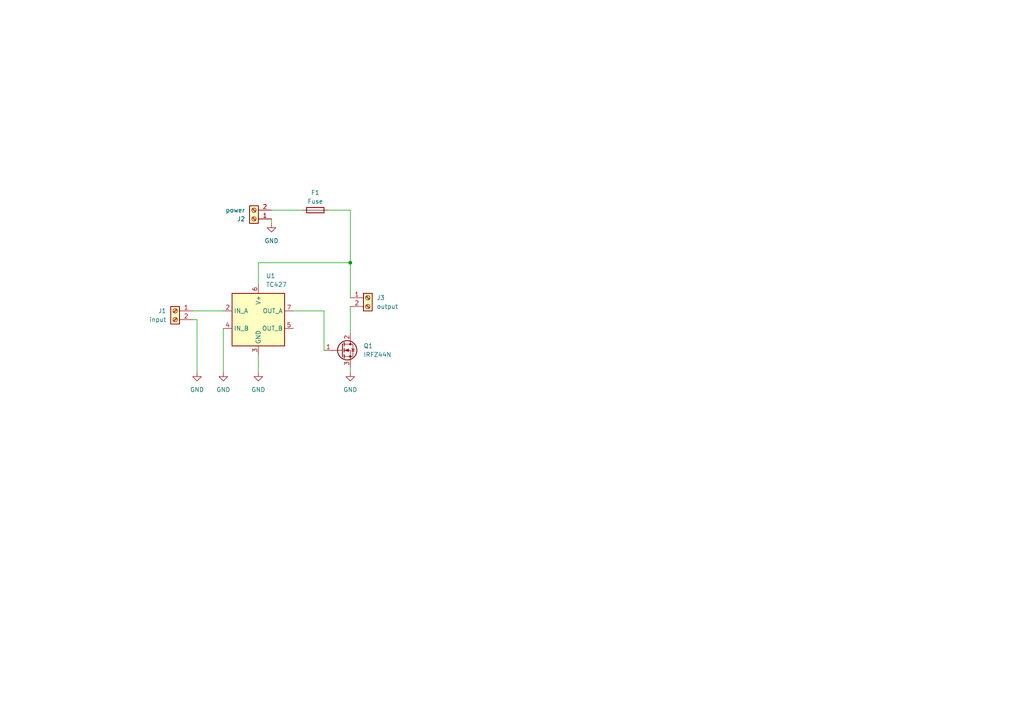
<source format=kicad_sch>
(kicad_sch (version 20230121) (generator eeschema)
  (paper "A4")
  (lib_symbols
    (symbol "Connector:Screw_Terminal_01x02" (pin_names (offset 1.016) hide)
      (property "Reference" "J" (at 0 2.54 0))
      (property "Value" "Screw_Terminal_01x02" (at 0 -5.08 0))
      (symbol "Screw_Terminal_01x02_1_1"
        (rectangle (start -1.27 1.27) (end 1.27 -3.81) (stroke (width 0.254)) (fill (type background)))
        (circle (center 0 -2.54) (radius 0.635) (stroke (width 0.1524)))
        (polyline (pts (xy -0.5334 -2.2098) (xy 0.3302 -3.048)) (stroke (width 0.1524)))
        (polyline (pts (xy -0.5334 0.3302) (xy 0.3302 -0.508)) (stroke (width 0.1524)))
        (polyline (pts (xy -0.3556 -2.032) (xy 0.508 -2.8702)) (stroke (width 0.1524)))
        (polyline (pts (xy -0.3556 0.508) (xy 0.508 -0.3302)) (stroke (width 0.1524)))
        (circle (center 0 0) (radius 0.635) (stroke (width 0.1524)))
        (pin passive line (at -5.08 0 0) (length 3.81) (name "Pin_1") (number "1"))
        (pin passive line (at -5.08 -2.54 0) (length 3.81) (name "Pin_2") (number "2"))
      )
    )
    (symbol "Device:Fuse" (pin_numbers hide) (pin_names (offset 0))
      (property "Reference" "F" (at 2.032 0 90))
      (property "Value" "Fuse" (at -1.905 0 90))
      (symbol "Fuse_0_1"
        (rectangle (start -0.762 -2.54) (end 0.762 2.54) (stroke (width 0.254)))
        (polyline (pts (xy 0 2.54) (xy 0 -2.54)))
      )
      (symbol "Fuse_1_1"
        (pin passive line (at 0 3.81 270) (length 1.27) (name "~") (number "1"))
        (pin passive line (at 0 -3.81 90) (length 1.27) (name "~") (number "2"))
      )
    )
    (symbol "Driver_FET:EL7202CN"
      (property "Reference" "U" (at -7.62 8.89 0))
      (property "Value" "EL7202CN" (at 1.27 8.89 0))
      (symbol "EL7202CN_0_1"
        (rectangle (start -7.62 -7.62) (end 7.62 7.62) (stroke (width 0.254)) (fill (type background)))
      )
      (symbol "EL7202CN_1_1"
        (pin no_connect line (at -7.62 0 0) (length 2.54) hide (name "NC") (number "1"))
        (pin input line (at -10.16 2.54 0) (length 2.54) (name "IN_A") (number "2"))
        (pin power_in line (at 0 -10.16 90) (length 2.54) (name "GND") (number "3"))
        (pin input line (at -10.16 -2.54 0) (length 2.54) (name "IN_B") (number "4"))
        (pin output line (at 10.16 -2.54 180) (length 2.54) (name "OUT_B") (number "5"))
        (pin power_in line (at 0 10.16 270) (length 2.54) (name "V+") (number "6"))
        (pin output line (at 10.16 2.54 180) (length 2.54) (name "OUT_A") (number "7"))
        (pin no_connect line (at 7.62 0 180) (length 2.54) hide (name "NC") (number "8"))
      )
    )
    (symbol "Transistor_FET:BUZ11" (pin_names hide)
      (property "Reference" "Q" (at 5.08 1.905 0))
      (property "Value" "BUZ11" (at 5.08 0 0))
      (symbol "BUZ11_0_1"
        (polyline (pts (xy 0.254 0) (xy -2.54 0)))
        (polyline (pts (xy 0.254 1.905) (xy 0.254 -1.905)) (stroke (width 0.254)))
        (polyline (pts (xy 0.762 -1.27) (xy 0.762 -2.286)) (stroke (width 0.254)))
        (polyline (pts (xy 0.762 0.508) (xy 0.762 -0.508)) (stroke (width 0.254)))
        (polyline (pts (xy 0.762 2.286) (xy 0.762 1.27)) (stroke (width 0.254)))
        (polyline (pts (xy 2.54 2.54) (xy 2.54 1.778)))
        (polyline (pts (xy 2.54 -2.54) (xy 2.54 0) (xy 0.762 0)))
        (polyline (pts (xy 0.762 -1.778) (xy 3.302 -1.778) (xy 3.302 1.778) (xy 0.762 1.778)))
        (polyline (pts (xy 1.016 0) (xy 2.032 0.381) (xy 2.032 -0.381) (xy 1.016 0)) (fill (type outline)))
        (polyline (pts (xy 2.794 0.508) (xy 2.921 0.381) (xy 3.683 0.381) (xy 3.81 0.254)))
        (polyline (pts (xy 3.302 0.381) (xy 2.921 -0.254) (xy 3.683 -0.254) (xy 3.302 0.381)))
        (circle (center 1.651 0) (radius 2.794) (stroke (width 0.254)))
        (circle (center 2.54 -1.778) (radius 0.254) (fill (type outline)))
        (circle (center 2.54 1.778) (radius 0.254) (fill (type outline)))
      )
      (symbol "BUZ11_1_1"
        (pin input line (at -5.08 0 0) (length 2.54) (name "G") (number "1"))
        (pin passive line (at 2.54 5.08 270) (length 2.54) (name "D") (number "2"))
        (pin passive line (at 2.54 -5.08 90) (length 2.54) (name "S") (number "3"))
      )
    )
    (symbol "power:GND" (power) (pin_names (offset 0))
      (property "Value" "GND" (at 0 -3.81 0))
      (symbol "GND_0_1"
        (polyline (pts (xy 0 0) (xy 0 -1.27) (xy 1.27 -1.27) (xy 0 -2.54) (xy -1.27 -1.27) (xy 0 -1.27)))
      )
      (symbol "GND_1_1"
        (pin power_in line (at 0 0 270) (length 0) hide (name "GND") (number "1"))
      )
    )
  )
  (junction (at 101.6 76.2))
  (wire (pts (xy 101.6 76.2) (xy 101.6 86.36)))
  (wire (pts (xy 101.6 60.96) (xy 101.6 76.2)))
  (wire (pts (xy 78.74 60.96) (xy 87.63 60.96)))
  (wire (pts (xy 55.88 90.17) (xy 64.77 90.17)))
  (wire (pts (xy 101.6 76.2) (xy 74.93 76.2)))
  (wire (pts (xy 74.93 107.95) (xy 74.93 102.87)))
  (wire (pts (xy 74.93 76.2) (xy 74.93 82.55)))
  (wire (pts (xy 85.09 90.17) (xy 93.98 90.17)))
  (wire (pts (xy 93.98 90.17) (xy 93.98 101.6)))
  (wire (pts (xy 57.15 92.71) (xy 55.88 92.71)))
  (wire (pts (xy 101.6 107.95) (xy 101.6 106.68)))
  (wire (pts (xy 101.6 96.52) (xy 101.6 88.9)))
  (wire (pts (xy 57.15 107.95) (xy 57.15 92.71)))
  (wire (pts (xy 64.77 107.95) (xy 64.77 95.25)))
  (wire (pts (xy 95.25 60.96) (xy 101.6 60.96)))
  (wire (pts (xy 78.74 64.77) (xy 78.74 63.5)))
  (symbol (lib_id "power:GND") (at 57.15 107.95 0) (mirror y) (unit 1)
    (property "Reference" "#PWR02" (effects hide))
    (property "Value" "GND" (at 57.15 113.03 0))
  )
  (symbol (lib_id "Connector:Screw_Terminal_01x02") (at 106.68 86.36 0) (unit 1)
    (property "Reference" "J3" (at 109.22 86.36 0) (effects (justify left)))
    (property "Value" "output" (at 109.22 88.9 0) (effects (justify left)))
    (property "Footprint" "Connector_PinHeader_2.54mm:PinHeader_1x02_P2.54mm_Vertical" (effects hide))
  )
  (symbol (lib_id "Connector:Screw_Terminal_01x02") (at 50.8 90.17 0) (mirror y) (unit 1)
    (property "Reference" "J1" (at 48.26 90.17 0) (effects (justify left)))
    (property "Value" "input" (at 48.26 92.71 0) (effects (justify left)))
    (property "Footprint" "Connector_PinHeader_2.54mm:PinHeader_1x02_P2.54mm_Vertical" (effects hide))
  )
  (symbol (lib_id "Transistor_FET:BUZ11") (at 99.06 101.6 0) (unit 1)
    (property "Reference" "Q1" (at 105.41 100.33 0) (effects (justify left)))
    (property "Value" "IRFZ44N" (at 105.41 102.87 0) (effects (justify left)))
    (property "Footprint" "Package_TO_SOT_THT:TO-220-3_Vertical" (effects hide))
    (property "Datasheet" "https://media.digikey.com/pdf/Data%20Sheets/Fairchild%20PDFs/BUZ11.pdf" (effects hide))
  )
  (symbol (lib_id "power:GND") (at 74.93 107.95 0) (mirror y) (unit 1)
    (property "Reference" "#PWR03" (effects hide))
    (property "Value" "GND" (at 74.93 113.03 0))
  )
  (symbol (lib_id "Driver_FET:EL7202CN") (at 74.93 92.71 0) (unit 1)
    (property "Reference" "U1" (at 77.1241 80.01 0) (effects (justify left)))
    (property "Value" "TC427" (at 77.1241 82.55 0) (effects (justify left)))
    (property "Footprint" "Package_DIP:DIP-8_W7.62mm" (effects hide))
    (property "Datasheet" "http://www.intersil.com/content/dam/Intersil/documents/el72/el7202-12-22.pdf" (effects hide))
  )
  (symbol (lib_id "power:GND") (at 101.6 107.95 0) (mirror y) (unit 1)
    (property "Reference" "#PWR06" (effects hide))
    (property "Value" "GND" (at 101.6 113.03 0))
  )
  (symbol (lib_id "Connector:Screw_Terminal_01x02") (at 73.66 63.5 180) (unit 1)
    (property "Reference" "J2" (at 71.12 63.5 0) (effects (justify left)))
    (property "Value" "power" (at 71.12 60.96 0) (effects (justify left)))
    (property "Footprint" "Connector_PinHeader_2.54mm:PinHeader_1x02_P2.54mm_Vertical" (effects hide))
  )
  (symbol (lib_id "power:GND") (at 64.77 107.95 0) (mirror y) (unit 1)
    (property "Reference" "#PWR05" (effects hide))
    (property "Value" "GND" (at 64.77 113.03 0))
  )
  (symbol (lib_id "Device:Fuse") (at 91.44 60.96 270) (mirror x) (unit 1)
    (property "Reference" "F1" (at 91.44 55.88 90))
    (property "Value" "Fuse" (at 91.44 58.42 90))
    (property "Footprint" "Fuse:Fuseholder_Cylinder-5x20mm_Schurter_0031_8201_Horizontal_Open" (effects hide))
  )
  (symbol (lib_id "power:GND") (at 78.74 64.77 0) (mirror y) (unit 1)
    (property "Reference" "#PWR08" (effects hide))
    (property "Value" "GND" (at 78.74 69.85 0))
  )
)
</source>
